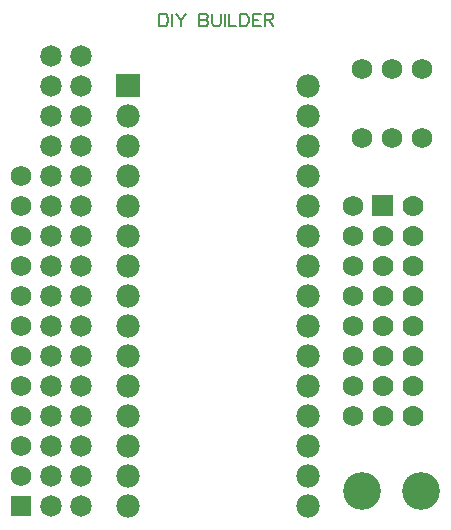
<source format=gts>
G04 Layer: TopSolderMaskLayer*
G04 EasyEDA v6.3.22, 2020-01-09T12:31:20+05:30*
G04 bd4f618bde3a4eb5865f35d396bc4457,11778fa6cc0c40cc9ad434e143376f4a,10*
G04 Gerber Generator version 0.2*
G04 Scale: 100 percent, Rotated: No, Reflected: No *
G04 Dimensions in inches *
G04 leading zeros omitted , absolute positions ,2 integer and 4 decimal *
%FSLAX24Y24*%
%MOIN*%
G90*
G70D02*

%ADD17C,0.070000*%
%ADD24C,0.006000*%
%ADD27C,0.068000*%
%ADD28R,0.070992X0.070992*%
%ADD29C,0.126110*%
%ADD31C,0.078000*%
%ADD32C,0.071937*%

%LPD*%
G54D24*
G01X6500Y18953D02*
G01X6500Y18525D01*
G01X6500Y18953D02*
G01X6643Y18953D01*
G01X6705Y18934D01*
G01X6744Y18892D01*
G01X6765Y18852D01*
G01X6785Y18790D01*
G01X6785Y18688D01*
G01X6765Y18627D01*
G01X6744Y18586D01*
G01X6705Y18544D01*
G01X6643Y18525D01*
G01X6500Y18525D01*
G01X6921Y18953D02*
G01X6921Y18525D01*
G01X7056Y18953D02*
G01X7219Y18750D01*
G01X7219Y18525D01*
G01X7384Y18953D02*
G01X7219Y18750D01*
G01X7834Y18953D02*
G01X7834Y18525D01*
G01X7834Y18953D02*
G01X8018Y18953D01*
G01X8078Y18934D01*
G01X8100Y18913D01*
G01X8119Y18871D01*
G01X8119Y18830D01*
G01X8100Y18790D01*
G01X8078Y18769D01*
G01X8018Y18750D01*
G01X7834Y18750D02*
G01X8018Y18750D01*
G01X8078Y18728D01*
G01X8100Y18709D01*
G01X8119Y18667D01*
G01X8119Y18605D01*
G01X8100Y18565D01*
G01X8078Y18544D01*
G01X8018Y18525D01*
G01X7834Y18525D01*
G01X8255Y18953D02*
G01X8255Y18646D01*
G01X8275Y18586D01*
G01X8315Y18544D01*
G01X8377Y18525D01*
G01X8418Y18525D01*
G01X8480Y18544D01*
G01X8521Y18586D01*
G01X8540Y18646D01*
G01X8540Y18953D01*
G01X8676Y18953D02*
G01X8676Y18525D01*
G01X8810Y18953D02*
G01X8810Y18525D01*
G01X8810Y18525D02*
G01X9056Y18525D01*
G01X9192Y18953D02*
G01X9192Y18525D01*
G01X9192Y18953D02*
G01X9335Y18953D01*
G01X9396Y18934D01*
G01X9436Y18892D01*
G01X9457Y18852D01*
G01X9477Y18790D01*
G01X9477Y18688D01*
G01X9457Y18627D01*
G01X9436Y18586D01*
G01X9396Y18544D01*
G01X9335Y18525D01*
G01X9192Y18525D01*
G01X9613Y18953D02*
G01X9613Y18525D01*
G01X9613Y18953D02*
G01X9878Y18953D01*
G01X9613Y18750D02*
G01X9777Y18750D01*
G01X9613Y18525D02*
G01X9878Y18525D01*
G01X10014Y18953D02*
G01X10014Y18525D01*
G01X10014Y18953D02*
G01X10197Y18953D01*
G01X10260Y18934D01*
G01X10280Y18913D01*
G01X10300Y18871D01*
G01X10300Y18830D01*
G01X10280Y18790D01*
G01X10260Y18769D01*
G01X10197Y18750D01*
G01X10014Y18750D01*
G01X10156Y18750D02*
G01X10300Y18525D01*
G54D27*
G01X1900Y4550D03*
G01X1900Y5550D03*
G01X1900Y6550D03*
G01X1900Y7550D03*
G01X1900Y8550D03*
G01X1900Y9550D03*
G01X1900Y10550D03*
G01X1900Y11550D03*
G01X1900Y12550D03*
G01X1900Y13550D03*
G01X13246Y17091D03*
G01X14250Y17091D03*
G01X15253Y17091D03*
G01X15253Y14808D03*
G01X14250Y14808D03*
G01X13246Y14808D03*
G01X12950Y5550D03*
G01X12950Y6550D03*
G01X12950Y7550D03*
G01X12950Y8550D03*
G01X12950Y9550D03*
G01X12950Y10550D03*
G01X12950Y11550D03*
G01X12950Y12550D03*
G54D28*
G01X1900Y2550D03*
G54D27*
G01X1900Y3550D03*
G54D29*
G01X13265Y3050D03*
G01X15234Y3050D03*
G36*
G01X5060Y16159D02*
G01X5060Y16940D01*
G01X5839Y16940D01*
G01X5839Y16159D01*
G01X5060Y16159D01*
G37*
G54D31*
G01X5450Y15550D03*
G01X5450Y14550D03*
G01X5450Y13550D03*
G01X5450Y12550D03*
G01X5450Y11550D03*
G01X5450Y10550D03*
G01X5450Y9550D03*
G01X5450Y8550D03*
G01X5450Y7550D03*
G01X5450Y6550D03*
G01X5450Y5550D03*
G01X5450Y4550D03*
G01X5450Y3550D03*
G01X5450Y2550D03*
G01X11450Y16550D03*
G01X11450Y15550D03*
G01X11450Y14550D03*
G01X11450Y13550D03*
G01X11450Y12550D03*
G01X11450Y11550D03*
G01X11450Y10550D03*
G01X11450Y9550D03*
G01X11450Y8550D03*
G01X11450Y7550D03*
G01X11450Y6550D03*
G01X11450Y5550D03*
G01X11450Y4550D03*
G01X11450Y3550D03*
G01X11450Y2550D03*
G54D17*
G01X14950Y5550D03*
G01X13950Y5550D03*
G01X14950Y6550D03*
G01X13950Y6550D03*
G01X14950Y7550D03*
G01X13950Y7550D03*
G01X14950Y8550D03*
G01X13950Y8550D03*
G01X14950Y9550D03*
G01X13950Y9550D03*
G01X14950Y10550D03*
G01X13950Y10550D03*
G01X14950Y11550D03*
G01X13950Y11550D03*
G01X14950Y12550D03*
G36*
G01X13600Y12200D02*
G01X13600Y12900D01*
G01X14300Y12900D01*
G01X14300Y12200D01*
G01X13600Y12200D01*
G37*
G54D32*
G01X3900Y2550D03*
G01X2900Y2550D03*
G01X3900Y3550D03*
G01X2900Y3550D03*
G01X3900Y4550D03*
G01X2900Y4550D03*
G01X3900Y5550D03*
G01X2900Y5550D03*
G01X3900Y6550D03*
G01X2900Y6550D03*
G01X3900Y7550D03*
G01X2900Y7550D03*
G01X3900Y8550D03*
G01X2900Y8550D03*
G01X3900Y9550D03*
G01X2900Y9550D03*
G01X3900Y10550D03*
G01X2900Y10550D03*
G01X3900Y11550D03*
G01X2900Y11550D03*
G01X3900Y12550D03*
G01X2900Y12550D03*
G01X3900Y13550D03*
G01X2900Y13550D03*
G01X3900Y14550D03*
G01X2900Y14550D03*
G01X3900Y15550D03*
G01X2900Y15550D03*
G01X3900Y16550D03*
G01X2900Y16550D03*
G01X3900Y17550D03*
G01X2900Y17550D03*
M00*
M02*

</source>
